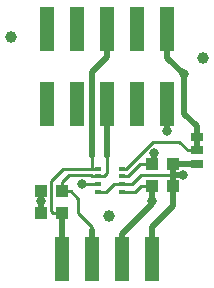
<source format=gbr>
G04 #@! TF.GenerationSoftware,KiCad,Pcbnew,5.1.5+dfsg1-2build2*
G04 #@! TF.CreationDate,2021-02-10T08:24:25+02:00*
G04 #@! TF.ProjectId,MOD-BME280_RevB,4d4f442d-424d-4453-9238-305f52657642,rev?*
G04 #@! TF.SameCoordinates,Original*
G04 #@! TF.FileFunction,Copper,L1,Top*
G04 #@! TF.FilePolarity,Positive*
%FSLAX46Y46*%
G04 Gerber Fmt 4.6, Leading zero omitted, Abs format (unit mm)*
G04 Created by KiCad (PCBNEW 5.1.5+dfsg1-2build2) date 2021-02-10 08:24:25*
%MOMM*%
%LPD*%
G04 APERTURE LIST*
%ADD10C,0.508000*%
%ADD11R,1.270000X3.810000*%
%ADD12R,0.500000X0.325000*%
%ADD13C,1.000000*%
%ADD14R,1.016000X1.016000*%
%ADD15R,1.016000X0.762000*%
%ADD16C,0.800000*%
%ADD17C,0.250000*%
G04 APERTURE END LIST*
D10*
X113004600Y-78600300D02*
X113004600Y-79743300D01*
D11*
X110490000Y-69468222D03*
X110490000Y-75818222D03*
X107950000Y-69468222D03*
X107950000Y-75818222D03*
X105410000Y-69468222D03*
X105410000Y-75818222D03*
X102870000Y-69468222D03*
X102870000Y-75818222D03*
X100330000Y-69468222D03*
X100330000Y-75818222D03*
D12*
X104639000Y-83220200D03*
X104639000Y-82570200D03*
X104639000Y-81920200D03*
X104639000Y-81270200D03*
X106689000Y-81270200D03*
X106689000Y-81920200D03*
X106689000Y-82570200D03*
X106689000Y-83220200D03*
D11*
X109220000Y-88900000D03*
X106680000Y-88900000D03*
X104140000Y-88900000D03*
X101600000Y-88900000D03*
D13*
X113538000Y-71882000D03*
X105587800Y-85267800D03*
X97282000Y-70104000D03*
D14*
X109207300Y-82715100D03*
X110985300Y-82715100D03*
X99783900Y-85013800D03*
X101561900Y-85013800D03*
X101574600Y-83172300D03*
X99796600Y-83172300D03*
X109207300Y-80899000D03*
X110985300Y-80899000D03*
D15*
X113004600Y-78600300D03*
X113004600Y-79743300D03*
X113004600Y-80886300D03*
D16*
X103327200Y-82588100D03*
X109364353Y-79925753D03*
X99783900Y-84048600D03*
X111911088Y-73302310D03*
X109207300Y-83992700D03*
X111836200Y-81788000D03*
X110490000Y-78092300D03*
D17*
X106689000Y-83220200D02*
X107787800Y-83220200D01*
X107787800Y-83220200D02*
X108292900Y-82715100D01*
X108292900Y-82715100D02*
X109207300Y-82715100D01*
D10*
X109207300Y-84303278D02*
X107095306Y-86415272D01*
X109207300Y-82715100D02*
X109207300Y-83992700D01*
X106695307Y-88884693D02*
X106695307Y-87380956D01*
X106680000Y-88900000D02*
X106695307Y-88884693D01*
X107095306Y-86415272D02*
X106695307Y-86815271D01*
X106695307Y-87380956D02*
X106695307Y-86815271D01*
D17*
X103345100Y-82570200D02*
X103327200Y-82588100D01*
X104639000Y-82570200D02*
X103345100Y-82570200D01*
D10*
X109364353Y-79925753D02*
X109364353Y-80741947D01*
X109364353Y-80741947D02*
X109207300Y-80899000D01*
X113004600Y-78600300D02*
X113004600Y-77711300D01*
X113004600Y-77711300D02*
X111911088Y-76617788D01*
X110490000Y-71881222D02*
X110490000Y-69468222D01*
X111911088Y-76617788D02*
X111911088Y-73302310D01*
X111911088Y-73302310D02*
X110490000Y-71881222D01*
X99783900Y-84048600D02*
X99783900Y-85013800D01*
X99783900Y-84048600D02*
X99783900Y-83185000D01*
X99783900Y-83185000D02*
X99796600Y-83172300D01*
D17*
X106689000Y-81920200D02*
X107189000Y-81920200D01*
X107189000Y-81920200D02*
X108210200Y-80899000D01*
X108210200Y-80899000D02*
X109207300Y-80899000D01*
D10*
X109207300Y-83992700D02*
X109207300Y-84303278D01*
D17*
X106689000Y-82570200D02*
X107510700Y-82570200D01*
X108254800Y-81826100D02*
X110854300Y-81826100D01*
X107510700Y-82570200D02*
X108254800Y-81826100D01*
X110854300Y-81826100D02*
X110985300Y-81957100D01*
X110985300Y-81657000D02*
X110985300Y-81788000D01*
X110985300Y-81788000D02*
X110985300Y-81957100D01*
D10*
X111836200Y-81788000D02*
X111270515Y-81788000D01*
X111270515Y-81788000D02*
X110985300Y-81788000D01*
X110490000Y-75818222D02*
X110490000Y-78092300D01*
X110985300Y-80899000D02*
X112991900Y-80899000D01*
X112991900Y-80899000D02*
X113004600Y-80886300D01*
X110985300Y-80899000D02*
X110985300Y-82715100D01*
X110985300Y-84442300D02*
X109220000Y-86207600D01*
X109220000Y-86207600D02*
X109220000Y-88900000D01*
X110985300Y-82715100D02*
X110985300Y-84442300D01*
D17*
X106689000Y-82570200D02*
X105999400Y-82570200D01*
X105999400Y-82570200D02*
X105349400Y-83220200D01*
X105349400Y-83220200D02*
X105139000Y-83220200D01*
X105139000Y-83220200D02*
X104639000Y-83220200D01*
X110985300Y-80899000D02*
X110985300Y-81657000D01*
X110985300Y-81957100D02*
X110985300Y-82715100D01*
D10*
X105410000Y-69468222D02*
X105410000Y-71793100D01*
X104101900Y-73101200D02*
X104101900Y-80213200D01*
X105410000Y-71793100D02*
X104101900Y-73101200D01*
D17*
X104228900Y-81270200D02*
X101724100Y-81270200D01*
X101724100Y-81270200D02*
X100685600Y-82308700D01*
X100685600Y-82308700D02*
X100685600Y-84895500D01*
X100685600Y-84895500D02*
X100803900Y-85013800D01*
X100803900Y-85013800D02*
X101561900Y-85013800D01*
X104101900Y-80213200D02*
X104101900Y-81143200D01*
X104101900Y-81143200D02*
X104228900Y-81270200D01*
X104639000Y-81270200D02*
X104228900Y-81270200D01*
D10*
X101600000Y-88900000D02*
X101600000Y-85051900D01*
X101600000Y-85051900D02*
X101561900Y-85013800D01*
D17*
X104140000Y-86233000D02*
X104140000Y-86474300D01*
D10*
X104140000Y-88900000D02*
X104140000Y-86474300D01*
D17*
X101574600Y-83172300D02*
X102332600Y-83172300D01*
X102332600Y-83172300D02*
X102984300Y-83824000D01*
X102984300Y-83824000D02*
X102984300Y-85077300D01*
X102984300Y-85077300D02*
X104140000Y-86233000D01*
X101574600Y-82414300D02*
X101574600Y-83172300D01*
X104043798Y-81824998D02*
X102163902Y-81824998D01*
X102163902Y-81824998D02*
X101574600Y-82414300D01*
X104139000Y-81920200D02*
X104043798Y-81824998D01*
X104639000Y-81920200D02*
X104139000Y-81920200D01*
X105410000Y-80238600D02*
X105410000Y-81649200D01*
D10*
X105410000Y-75818222D02*
X105410000Y-78231222D01*
X105410000Y-78231222D02*
X105410000Y-80238600D01*
D17*
X105410000Y-81649200D02*
X105139000Y-81920200D01*
X105139000Y-81920200D02*
X104639000Y-81920200D01*
X106689000Y-81270200D02*
X106994600Y-81270200D01*
X109270800Y-78994000D02*
X111497300Y-78994000D01*
X106994600Y-81270200D02*
X109270800Y-78994000D01*
X111497300Y-78994000D02*
X112246600Y-79743300D01*
X112246600Y-79743300D02*
X113004600Y-79743300D01*
M02*

</source>
